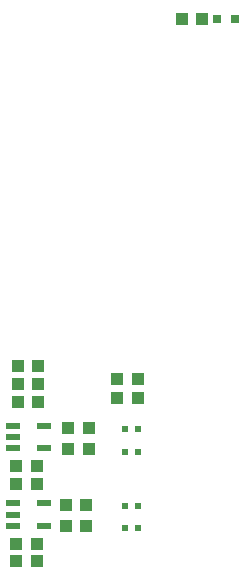
<source format=gbr>
G04 EAGLE Gerber RS-274X export*
G75*
%MOMM*%
%FSLAX34Y34*%
%LPD*%
%INSolderpaste Top*%
%IPPOS*%
%AMOC8*
5,1,8,0,0,1.08239X$1,22.5*%
G01*
%ADD10R,1.100000X1.000000*%
%ADD11R,0.800000X0.800000*%
%ADD12R,0.600000X0.540000*%
%ADD13R,1.200000X0.550000*%


D10*
X632000Y619000D03*
X615000Y619000D03*
D11*
X660000Y619000D03*
X645000Y619000D03*
D12*
X567250Y272150D03*
X567250Y252850D03*
X577750Y252850D03*
X577750Y272150D03*
D10*
X577500Y314000D03*
X560500Y314000D03*
X577500Y298500D03*
X560500Y298500D03*
D13*
X471999Y274500D03*
X471999Y265000D03*
X471999Y255500D03*
X498001Y255500D03*
X498001Y274500D03*
D10*
X536000Y272500D03*
X519000Y272500D03*
X536000Y255000D03*
X519000Y255000D03*
X476500Y295000D03*
X493500Y295000D03*
X493500Y310000D03*
X476500Y310000D03*
X476500Y325000D03*
X493500Y325000D03*
X492000Y225000D03*
X475000Y225000D03*
X492000Y240500D03*
X475000Y240500D03*
D12*
X567250Y207150D03*
X567250Y187850D03*
X577750Y187850D03*
X577750Y207150D03*
D13*
X471999Y209000D03*
X471999Y199500D03*
X471999Y190000D03*
X498001Y190000D03*
X498001Y209000D03*
D10*
X533500Y207500D03*
X516500Y207500D03*
X533500Y190000D03*
X516500Y190000D03*
X492000Y160000D03*
X475000Y160000D03*
X492000Y175000D03*
X475000Y175000D03*
M02*

</source>
